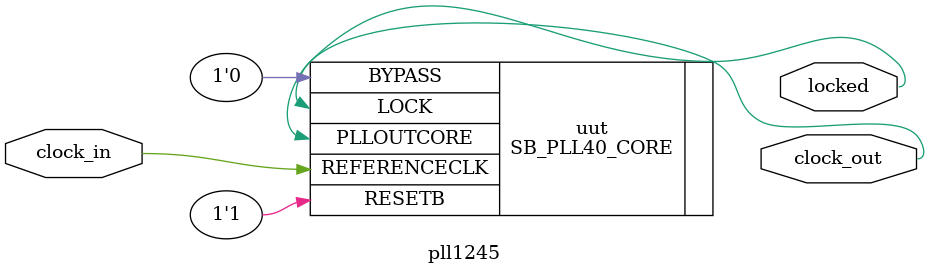
<source format=v>
/**
 * PLL configuration
 *
 * This Verilog module was generated automatically
 * using the icepll tool from the IceStorm project.
 * Use at your own risk.
 *
 * Given input frequency:        12.000 MHz
 * Requested output frequency:  125.000 MHz
 * Achieved output frequency:   124.500 MHz
 */

module pll1245(
	input  clock_in,
	output clock_out,
	output locked
	);

SB_PLL40_CORE #(
		.FEEDBACK_PATH("SIMPLE"),
		.DIVR(4'b0000),		// DIVR =  0
		.DIVF(7'b1010010),	// DIVF = 82
		.DIVQ(3'b011),		// DIVQ =  3
		.FILTER_RANGE(3'b001)	// FILTER_RANGE = 1
	) uut (
		.LOCK(locked),
		.RESETB(1'b1),
		.BYPASS(1'b0),
		.REFERENCECLK(clock_in),
		.PLLOUTCORE(clock_out)
		);

endmodule

</source>
